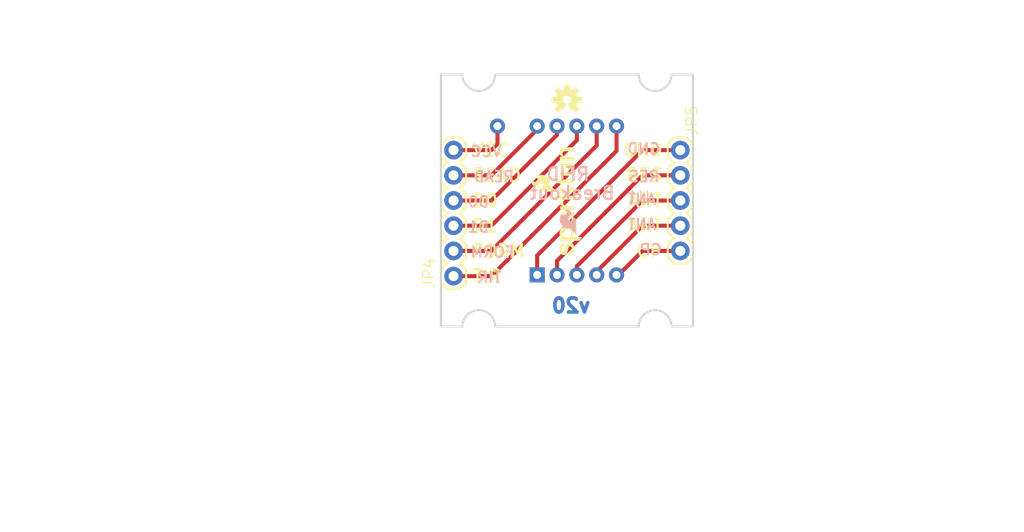
<source format=kicad_pcb>
(kicad_pcb (version 20211014) (generator pcbnew)
  (layers (0 "F.Cu" signal) (31 "B.Cu" signal) (34 "B.Paste" user) (35 "F.Paste" user) (36 "B.SilkS" user "B.Silkscreen") (37 "F.SilkS" user "F.Silkscreen") (38 "B.Mask" user) (39 "F.Mask" user) (44 "Edge.Cuts" user))
  (net 0 "")
  (net 1 "ANT1")
  (net 2 "ANT2")
  (net 3 "CP")
  (net 4 "RES")
  (net 5 "READ")
  (net 6 "D0")
  (net 7 "D1")
  (net 8 "FORM")
  (net 9 "TIR")
  (net 10 "N$2")
  (net 11 "N$3")
  (footprint "boardEagle:OSHW-LOGO-S" (layer "F.Cu") (at 148.5011 94.8436)
    (fp_text reference "LOGO3" hide)
    (fp_text value "OSHW-LOGOS" hide)
    (fp_poly (pts (xy 0.301647 -1.061351) (xy 0.42347 -1.022344) (xy 0.537177 -0.963769) (xy 0.92862 -1.282946) (xy 1.282946 -0.92862) (xy 0.961035 -0.533823) (xy 1.057046 -0.302084) (xy 1.5638 -0.250561) (xy 1.5638 0.250561) (xy 1.057046 0.302084) (xy 0.961035 0.533823) (xy 1.282946 0.92862) (xy 0.92862 1.282946) (xy 0.537177 0.96377) (xy 0.356601 1.056794) (xy 0.088679 0.410073) (xy 0.326262 0.2176) (xy 0.373649 0.121468) (xy 0.392729 0.010339) (xy 0.379464 -0.101634) (xy 0.334947 -0.205229) (xy 0.262842 -0.291918) (xy 0.169087 -0.354561) (xy 0.061406 -0.387999) (xy -0.051342 -0.38948) (xy -0.159868 -0.358881) (xy -0.255234 -0.298724) (xy -0.329589 -0.213962) (xy -0.376813 -0.111569) (xy -0.392176 -0.005767) (xy -0.322923 0.222565) (xy -0.249312 0.303773) (xy 0.091677 0.5081) (xy -0.12929 0.5081) (xy -0.355332 1.053732) (xy -0.506597 0.983577) (xy -0.538922 0.965192) (xy -0.92862 1.282946) (xy -1.282946 0.92862) (xy -0.961035 0.533823) (xy -1.057046 0.302084) (xy -1.5638 0.250561) (xy -1.5638 -0.250561) (xy -1.057046 -0.302084) (xy -0.961035 -0.533823) (xy -1.282946 -0.92862) (xy -0.92862 -1.282946) (xy -0.533823 -0.961035) (xy -0.302084 -1.057046) (xy -0.250561 -1.5638) (xy 0.250561 -1.5638)) (layer "F.SilkS") (width 0) (fill solid))
  )
  (footprint "boardEagle:SFE_LOGO_NAME_FLAME_.1" (layer "F.Cu") (at 150.1521 110.9726 90)
    (fp_text reference "LOGO2" hide)
    (fp_text value "SFE_LOGO_NAME_FLAME.1_INCH" hide)
    (fp_poly (pts (xy 8.85 -1.56) (xy 8.87 -1.4) (xy 8.88 -1.34) (xy 8.94 -1.26) (xy 8.99 -1.23) (xy 9.04 -1.22) (xy 9.1 -1.21) (xy 9.18 -1.22) (xy 9.24 -1.23) (xy 9.29 -1.26) (xy 9.33 -1.3) (xy 9.36 -1.36) (xy 9.39 -1.43) (xy 9.4 -1.51) (xy 9.4 -2.36) (xy 9.79 -2.36) (xy 9.79 -0.94) (xy 9.42 -0.94) (xy 9.42 -1.14) (xy 9.41 -1.14) (xy 9.37 -1.08) (xy 9.33 -1.03) (xy 9.28 -0.99) (xy 9.22 -0.96) (xy 9.17 -0.94) (xy 9.11 -0.92) (xy 9.04 -0.91) (xy 8.98 -0.9) (xy 8.84 -0.91) (xy 8.73 -0.95) (xy 8.64 -1) (xy 8.57 -1.06) (xy 8.52 -1.15) (xy 8.49 -1.25) (xy 8.47 -1.36) (xy 8.47 -2.36) (xy 8.85 -2.36)) (layer "F.SilkS") (width 0) (fill solid))
    (fp_poly (pts (xy 2.85 -2.38) (xy 2.99 -2.33) (xy 3.1 -2.26) (xy 3.19 -2.16) (xy 3.26 -2.05) (xy 3.3 -1.92) (xy 3.33 -1.78) (xy 3.34 -1.63) (xy 2.95 -1.64) (xy 2.95 -1.73) (xy 2.94 -1.81) (xy 2.91 -1.89) (xy 2.88 -1.96) (xy 2.83 -2.02) (xy 2.77 -2.06) (xy 2.7 -2.09) (xy 2.61 -2.1) (xy 2.53 -2.09) (xy 2.45 -2.06) (xy 2.4 -2.02) (xy 2.35 -1.96) (xy 2.32 -1.89) (xy 2.29 -1.81) (xy 2.28 -1.73) (xy 2.28 -1.56) (xy 2.32 -1.4) (xy 2.35 -1.33) (xy 2.4 -1.28) (xy 2.46 -1.23) (xy 2.53 -1.21) (xy 2.62 -1.2) (xy 2.7 -1.21) (xy 2.78 -1.23) (xy 2.84 -1.28) (xy 2.88 -1.33) (xy 2.91 -1.4) (xy 3.25 -1.24) (xy 3.19 -1.13) (xy 3.1 -1.04) (xy 2.99 -0.96) (xy 2.87 -0.92) (xy 2.72 -0.9) (xy 2.54 -0.93) (xy 2.48 -0.96) (xy 2.38 -1.02) (xy 2.3 -1.12) (xy 2.29 -1.12) (xy 2.29 -0.1) (xy 2.2 -0.19) (xy 2.05 -0.31) (xy 1.96 -0.4) (xy 1.91 -0.44) (xy 1.91 -2.29) (xy 1.95 -2.3) (xy 2 -2.31) (xy 2.05 -2.31) (xy 2.09 -2.32) (xy 2.14 -2.33) (xy 2.18 -2.34) (xy 2.28 -2.36) (xy 2.28 -2.18) (xy 2.32 -2.23) (xy 2.36 -2.27) (xy 2.41 -2.31) (xy 2.51 -2.37) (xy 2.63 -2.39) (xy 2.7 -2.39)) (layer "F.SilkS") (width 0) (fill solid))
    (fp_poly (pts (xy 8.37 -2.88) (xy 8.37 -2.6) (xy 8.2 -2.6) (xy 8.16 -2.59) (xy 8.12 -2.57) (xy 8.1 -2.54) (xy 8.09 -2.52) (xy 8.09 -2.48) (xy 8.08 -2.44) (xy 8.08 -2.36) (xy 8.35 -2.36) (xy 8.35 -2.1) (xy 8.08 -2.1) (xy 8.08 -0.94) (xy 7.7 -0.94) (xy 7.7 -2.1) (xy 7.31 -2.1) (xy 7.35 -2.13) (xy 7.51 -2.29) (xy 7.55 -2.32) (xy 7.58 -2.36) (xy 7.7 -2.36) (xy 7.7 -2.56) (xy 7.73 -2.64) (xy 7.76 -2.71) (xy 7.81 -2.77) (xy 7.88 -2.82) (xy 7.96 -2.86) (xy 8.06 -2.89) (xy 8.35 -2.89)) (layer "F.SilkS") (width 0) (fill solid))
    (fp_poly (pts (xy 7.95 -5.16) (xy 8.03 -5.13) (xy 8.09 -5.1) (xy 8.13 -5.07) (xy 8.14 -5.06) (xy 8.11 -5.06) (xy 8.08 -5.07) (xy 8.05 -5.07) (xy 8.01 -5.06) (xy 7.96 -5.05) (xy 7.92 -5.03) (xy 7.88 -5) (xy 7.86 -4.97) (xy 7.85 -4.94) (xy 7.84 -4.92) (xy 7.83 -4.89) (xy 7.84 -4.86) (xy 7.85 -4.82) (xy 7.87 -4.79) (xy 7.89 -4.75) (xy 7.92 -4.72) (xy 7.95 -4.7) (xy 7.99 -4.67) (xy 8.02 -4.65) (xy 8.1 -4.61) (xy 8.17 -4.61) (xy 8.2 -4.62) (xy 8.23 -4.64) (xy 8.25 -4.7) (xy 8.25 -4.78) (xy 8.33 -4.74) (xy 8.41 -4.65) (xy 8.48 -4.53) (xy 8.53 -4.39) (xy 8.56 -4.23) (xy 8.55 -4.05) (xy 8.5 -3.87) (xy 8.4 -3.69) (xy 8.33 -3.6) (xy 8.25 -3.52) (xy 8.17 -3.45) (xy 8.07 -3.39) (xy 7.97 -3.35) (xy 7.86 -3.32) (xy 7.74 -3.3) (xy 7.55 -3.3) (xy 7.49 -3.29) (xy 7.44 -3.26) (xy 7.34 -3.18) (xy 7.29 -3.12) (xy 7.16 -2.99) (xy 7.11 -2.92) (xy 7.05 -2.86) (xy 7 -2.8) (xy 6.95 -2.75) (xy 6.92 -2.71) (xy 6.89 -2.68) (xy 6.87 -2.65) (xy 6.86 -2.65) (xy 6.86 -3.93) (xy 6.88 -4.11) (xy 6.9 -4.17) (xy 6.93 -4.23) (xy 6.96 -4.28) (xy 7.01 -4.31) (xy 7.05 -4.34) (xy 7.15 -4.38) (xy 7.21 -4.39) (xy 7.29 -4.39) (xy 7.33 -4.38) (xy 7.35 -4.38) (xy 7.37 -4.37) (xy 7.36 -4.36) (xy 7.32 -4.34) (xy 7.29 -4.33) (xy 7.25 -4.29) (xy 7.23 -4.26) (xy 7.22 -4.23) (xy 7.22 -4.2) (xy 7.23 -4.17) (xy 7.25 -4.13) (xy 7.28 -4.1) (xy 7.31 -4.08) (xy 7.36 -4.06) (xy 7.41 -4.05) (xy 7.49 -4.05) (xy 7.57 -4.07) (xy 7.63 -4.11) (xy 7.67 -4.16) (xy 7.69 -4.22) (xy 7.69 -4.29) (xy 7.66 -4.36) (xy 7.59 -4.44) (xy 7.51 -4.53) (xy 7.44 -4.61) (xy 7.39 -4.7) (xy 7.37 -4.79) (xy 7.37 -4.87) (xy 7.4 -4.96) (xy 7.45 -5.03) (xy 7.54 -5.11) (xy 7.65 -5.17) (xy 7.76 -5.19) (xy 7.86 -5.19)) (layer "F.SilkS") (width 0) (fill solid))
    (fp_poly (pts (xy 1.31 -2.37) (xy 1.41 -2.34) (xy 1.5 -2.3) (xy 1.58 -2.24) (xy 1.64 -2.16) (xy 1.69 -2.06) (xy 1.71 -1.94) (xy 1.34 -1.94) (xy 1.33 -1.99) (xy 1.31 -2.04) (xy 1.29 -2.07) (xy 1.26 -2.09) (xy 1.22 -2.11) (xy 1.17 -2.13) (xy 1 -2.13) (xy 0.97 -2.12) (xy 0.93 -2.11) (xy 0.9 -2.1) (xy 0.86 -2.04) (xy 0.86 -2) (xy 0.87 -1.96) (xy 0.9 -1.92) (xy 0.94 -1.89) (xy 1 -1.86) (xy 1.06 -1.84) (xy 1.14 -1.83) (xy 1.38 -1.77) (xy 1.47 -1.75) (xy 1.61 -1.67) (xy 1.67 -1.62) (xy 1.71 -1.56) (xy 1.74 -1.49) (xy 1.75 -1.4) (xy 1.73 -1.27) (xy 1.69 -1.16) (xy 1.63 -1.08) (xy 1.55 -1.01) (xy 1.45 -0.96) (xy 1.34 -0.93) (xy 1.22 -0.91) (xy 1.1 -0.9) (xy 0.98 -0.91) (xy 0.86 -0.93) (xy 0.75 -0.96) (xy 0.65 -1.01) (xy 0.57 -1.08) (xy 0.5 -1.17) (xy 0.46 -1.27) (xy 0.44 -1.4) (xy 0.81 -1.4) (xy 0.81 -1.34) (xy 0.83 -1.29) (xy 0.86 -1.25) (xy 0.94 -1.19) (xy 1 -1.18) (xy 1.05 -1.17) (xy 1.11 -1.16) (xy 1.15 -1.17) (xy 1.19 -1.17) (xy 1.23 -1.18) (xy 1.27 -1.2) (xy 1.31 -1.23) (xy 1.34 -1.26) (xy 1.36 -1.34) (xy 1.35 -1.38) (xy 1.33 -1.42) (xy 1.29 -1.45) (xy 1.24 -1.48) (xy 1.18 -1.5) (xy 1.02 -1.54) (xy 0.92 -1.56) (xy 0.83 -1.58) (xy 0.75 -1.61) (xy 0.68 -1.64) (xy 0.61 -1.68) (xy 0.55 -1.72) (xy 0.51 -1.78) (xy 0.48 -1.85) (xy 0.47 -1.94) (xy 0.48 -2.06) (xy 0.52 -2.16) (xy 0.59 -2.24) (xy 0.66 -2.3) (xy 0.76 -2.35) (xy 0.86 -2.37) (xy 0.97 -2.39) (xy 1.2 -2.39)) (layer "F.SilkS") (width 0) (fill solid))
    (fp_poly (pts (xy 6.45 -1.85) (xy 6.94 -2.36) (xy 7.4 -2.36) (xy 6.87 -1.84) (xy 7.46 -0.94) (xy 6.99 -0.94) (xy 6.6 -1.57) (xy 6.45 -1.43) (xy 6.45 -0.94) (xy 6.06 -0.94) (xy 6.06 -2.68) (xy 6.45 -2.89)) (layer "F.SilkS") (width 0) (fill solid))
    (fp_poly (pts (xy 3.34 -1.63) (xy 3.33 -1.49) (xy 3.3 -1.36) (xy 3.25 -1.24) (xy 2.91 -1.4) (xy 2.94 -1.48) (xy 2.95 -1.56) (xy 2.95 -1.64)) (layer "F.SilkS") (width 0) (fill solid))
    (fp_poly (pts (xy 4.32 -2.38) (xy 4.38 -2.38) (xy 4.43 -2.37) (xy 4.48 -2.35) (xy 4.53 -2.34) (xy 4.58 -2.32) (xy 4.7 -2.23) (xy 4.73 -2.19) (xy 4.75 -2.15) (xy 4.77 -2.1) (xy 4.78 -2.05) (xy 4.78 -1.18) (xy 4.79 -1.16) (xy 4.79 -1.07) (xy 4.8 -1.05) (xy 4.8 -1.03) (xy 4.81 -1.01) (xy 4.81 -0.98) (xy 4.82 -0.96) (xy 4.83 -0.95) (xy 4.83 -0.94) (xy 4.44 -0.94) (xy 4.44 -0.95) (xy 4.43 -0.96) (xy 4.43 -0.97) (xy 4.42 -0.98) (xy 4.42 -1.01) (xy 4.41 -1.02) (xy 4.41 -1.08) (xy 4.39 -1.05) (xy 4.36 -1.03) (xy 4.34 -1.01) (xy 4.31 -0.99) (xy 4.28 -0.98) (xy 4.25 -0.96) (xy 4.13 -0.92) (xy 4.1 -0.92) (xy 4.07 -0.91) (xy 4.03 -0.91) (xy 4 -0.9) (xy 3.89 -0.9) (xy 3.84 -0.91) (xy 3.79 -0.91) (xy 3.75 -0.92) (xy 3.7 -0.94) (xy 3.66 -0.96) (xy 3.63 -0.98) (xy 3.59 -1) (xy 3.56 -1.03) (xy 3.54 -1.06) (xy 3.51 -1.1) (xy 3.49 -1.13) (xy 3.48 -1.18) (xy 3.46 -1.22) (xy 3.46 -1.27) (xy 3.45 -1.32) (xy 3.47 -1.43) (xy 3.5 -1.52) (xy 3.54 -1.59) (xy 3.61 -1.65) (xy 3.68 -1.69) (xy 3.76 -1.72) (xy 3.84 -1.74) (xy 3.93 -1.75) (xy 4.01 -1.54) (xy 3.98 -1.53) (xy 3.96 -1.52) (xy 3.95 -1.51) (xy 3.91 -1.49) (xy 3.9 -1.48) (xy 3.88 -1.47) (xy 3.85 -1.41) (xy 3.85 -1.39) (xy 3.84 -1.37) (xy 3.84 -1.32) (xy 3.85 -1.29) (xy 3.85 -1.27) (xy 3.86 -1.25) (xy 3.87 -1.24) (xy 3.88 -1.22) (xy 3.9 -1.21) (xy 3.91 -1.2) (xy 3.95 -1.18) (xy 3.97 -1.18) (xy 3.99 -1.17) (xy 4.01 -1.17) (xy 4.03 -1.16) (xy 4.08 -1.16) (xy 4.13 -1.17) (xy 4.18 -1.17) (xy 4.22 -1.19) (xy 4.26 -1.2) (xy 4.29 -1.22) (xy 4.31 -1.24) (xy 4.33 -1.27) (xy 4.35 -1.29) (xy 4.37 -1.35) (xy 4.38 -1.37) (xy 4.39 -1.4) (xy 4.39 -1.63) (xy 4.37 -1.61) (xy 4.35 -1.61) (xy 4.31 -1.59) (xy 4.29 -1.59) (xy 4.27 -1.58) (xy 4.23 -1.58) (xy 4.18 -1.78) (xy 4.25 -1.8) (xy 4.31 -1.82) (xy 4.36 -1.85) (xy 4.39 -1.89) (xy 4.39 -2) (xy 4.36 -2.06) (xy 4.35 -2.07) (xy 4.34 -2.09) (xy 4.28 -2.12) (xy 4.26 -2.12) (xy 4.24 -2.13) (xy 4.06 -2.13) (xy 3.96 -2.08) (xy 3.92 -2.04) (xy 3.91 -2.02) (xy 3.9 -1.99) (xy 3.89 -1.97) (xy 3.89 -1.92) (xy 3.5 -1.92) (xy 3.52 -2.04) (xy 3.54 -2.1) (xy 3.57 -2.14) (xy 3.6 -2.19) (xy 3.63 -2.23) (xy 3.67 -2.26) (xy 3.77 -2.32) (xy 3.82 -2.34) (xy 3.87 -2.35) (xy 3.93 -2.37) (xy 3.99 -2.38) (xy 4.04 -2.39) (xy 4.27 -2.39)) (layer "F.SilkS") (width 0) (fill solid))
    (fp_poly (pts (xy 4.23 -1.58) (xy 4.21 -1.57) (xy 4.19 -1.57) (xy 4.16 -1.56) (xy 4.12 -1.56) (xy 4.09 -1.55) (xy 4.05 -1.55) (xy 4.03 -1.54) (xy 4.01 -1.54) (xy 3.93 -1.75) (xy 4.11 -1.77) (xy 4.18 -1.78)) (layer "F.SilkS") (width 0) (fill solid))
    (fp_poly (pts (xy 10.95 -2.38) (xy 11.06 -2.35) (xy 11.15 -2.3) (xy 11.22 -2.23) (xy 11.27 -2.15) (xy 11.3 -2.05) (xy 11.32 -1.94) (xy 11.33 -1.81) (xy 11.33 -0.94) (xy 10.94 -0.94) (xy 10.94 -1.74) (xy 10.93 -1.82) (xy 10.92 -1.89) (xy 10.91 -1.95) (xy 10.88 -2) (xy 10.85 -2.04) (xy 10.8 -2.07) (xy 10.75 -2.08) (xy 10.69 -2.09) (xy 10.61 -2.08) (xy 10.55 -2.07) (xy 10.5 -2.04) (xy 10.46 -1.99) (xy 10.43 -1.94) (xy 10.4 -1.87) (xy 10.39 -1.78) (xy 10.39 -0.94) (xy 10 -0.94) (xy 10 -2.36) (xy 10.37 -2.36) (xy 10.37 -2.16) (xy 10.38 -2.16) (xy 10.42 -2.22) (xy 10.46 -2.26) (xy 10.51 -2.3) (xy 10.57 -2.34) (xy 10.69 -2.38) (xy 10.75 -2.39) (xy 10.81 -2.39)) (layer "F.SilkS") (width 0) (fill solid))
    (fp_poly (pts (xy 5.9 -2.38) (xy 5.91 -2.38) (xy 5.91 -2.02) (xy 5.9 -2.02) (xy 5.88 -2.03) (xy 5.77 -2.03) (xy 5.67 -2.02) (xy 5.59 -2) (xy 5.52 -1.96) (xy 5.47 -1.9) (xy 5.43 -1.83) (xy 5.41 -1.76) (xy 5.39 -1.67) (xy 5.39 -0.94) (xy 5 -0.94) (xy 5 -2.29) (xy 5.05 -2.3) (xy 5.09 -2.31) (xy 5.14 -2.31) (xy 5.19 -2.32) (xy 5.23 -2.33) (xy 5.33 -2.35) (xy 5.37 -2.36) (xy 5.37 -2.09) (xy 5.41 -2.16) (xy 5.45 -2.21) (xy 5.5 -2.27) (xy 5.55 -2.31) (xy 5.62 -2.35) (xy 5.68 -2.37) (xy 5.75 -2.39) (xy 5.89 -2.39)) (layer "F.SilkS") (width 0) (fill solid))
  )
  (footprint "boardEagle:1X06" (layer "F.Cu") (at 137.0711 112.6236 90)
    (fp_text reference "JP4" (at -1.3462 -1.8288 90) (layer "F.SilkS") (effects (font (size 1.143 1.143) (thickness 0.127)) (justify left bottom)))
    (fp_text value "")
    (fp_line (start 8.89 -0.635) (end 9.525 -1.27) (layer "F.SilkS") (width 0.2032))
    (fp_line (start 13.97 -0.635) (end 13.97 0.635) (layer "F.SilkS") (width 0.2032))
    (fp_line (start 3.175 -1.27) (end 3.81 -0.635) (layer "F.SilkS") (width 0.2032))
    (fp_line (start -1.27 0.635) (end -0.635 1.27) (layer "F.SilkS") (width 0.2032))
    (fp_line (start -1.27 -0.635) (end -1.27 0.635) (layer "F.SilkS") (width 0.2032))
    (fp_line (start 9.525 1.27) (end 8.89 0.635) (layer "F.SilkS") (width 0.2032))
    (fp_line (start -0.635 -1.27) (end 0.635 -1.27) (layer "F.SilkS") (width 0.2032))
    (fp_line (start 12.065 1.27) (end 11.43 0.635) (layer "F.SilkS") (width 0.2032))
    (fp_line (start 6.35 0.635) (end 5.715 1.27) (layer "F.SilkS") (width 0.2032))
    (fp_line (start 10.795 -1.27) (end 11.43 -0.635) (layer "F.SilkS") (width 0.2032))
    (fp_line (start 4.445 -1.27) (end 5.715 -1.27) (layer "F.SilkS") (width 0.2032))
    (fp_line (start 8.89 0.635) (end 8.255 1.27) (layer "F.SilkS") (width 0.2032))
    (fp_line (start 5.715 -1.27) (end 6.35 -0.635) (layer "F.SilkS") (width 0.2032))
    (fp_line (start 1.905 -1.27) (end 3.175 -1.27) (layer "F.SilkS") (width 0.2032))
    (fp_line (start 4.445 1.27) (end 3.81 0.635) (layer "F.SilkS") (width 0.2032))
    (fp_line (start 0.635 -1.27) (end 1.27 -0.635) (layer "F.SilkS") (width 0.2032))
    (fp_line (start 3.81 -0.635) (end 4.445 -1.27) (layer "F.SilkS") (width 0.2032))
    (fp_line (start 11.43 -0.635) (end 12.065 -1.27) (layer "F.SilkS") (width 0.2032))
    (fp_line (start 9.525 -1.27) (end 10.795 -1.27) (layer "F.SilkS") (width 0.2032))
    (fp_line (start 3.175 1.27) (end 1.905 1.27) (layer "F.SilkS") (width 0.2032))
    (fp_line (start 13.335 -1.27) (end 13.97 -0.635) (layer "F.SilkS") (width 0.2032))
    (fp_line (start 6.985 -1.27) (end 6.35 -0.635) (layer "F.SilkS") (width 0.2032))
    (fp_line (start 13.335 1.27) (end 12.065 1.27) (layer "F.SilkS") (width 0.2032))
    (fp_line (start 1.905 1.27) (end 1.27 0.635) (layer "F.SilkS") (width 0.2032))
    (fp_line (start 8.255 1.27) (end 6.985 1.27) (layer "F.SilkS") (width 0.2032))
    (fp_line (start 8.255 -1.27) (end 8.89 -0.635) (layer "F.SilkS") (width 0.2032))
    (fp_line (start 11.43 0.635) (end 10.795 1.27) (layer "F.SilkS") (width 0.2032))
    (fp_line (start 5.715 1.27) (end 4.445 1.27) (layer "F.SilkS") (width 0.2032))
    (fp_line (start 0.635 1.27) (end -0.635 1.27) (layer "F.SilkS") (width 0.2032))
    (fp_line (start 3.81 0.635) (end 3.175 1.27) (layer "F.SilkS") (width 0.2032))
    (fp_line (start 10.795 1.27) (end 9.525 1.27) (layer "F.SilkS") (width 0.2032))
    (fp_line (start 1.27 0.635) (end 0.635 1.27) (layer "F.SilkS") (width 0.2032))
    (fp_line (start -0.635 -1.27) (end -1.27 -0.635) (layer "F.SilkS") (width 0.2032))
    (fp_line (start 13.97 0.635) (end 13.335 1.27) (layer "F.SilkS") (width 0.2032))
    (fp_line (start 1.27 -0.635) (end 1.905 -1.27) (layer "F.SilkS") (width 0.2032))
    (fp_line (start 6.35 0.635) (end 6.985 1.27) (layer "F.SilkS") (width 0.2032))
    (fp_line (start 12.065 -1.27) (end 13.335 -1.27) (layer "F.SilkS") (width 0.2032))
    (fp_line (start 6.985 -1.27) (end 8.255 -1.27) (layer "F.SilkS") (width 0.2032))
    (pad "1" thru_hole circle (at 0 0 180) (size 1.8796 1.8796) (drill 1.016) (layers *.Cu *.Mask) (net 9 "TIR"))
    (pad "2" thru_hole circle (at 2.54 0 180) (size 1.8796 1.8796) (drill 1.016) (layers *.Cu *.Mask) (net 8 "FORM"))
    (pad "3" thru_hole circle (at 5.08 0 180) (size 1.8796 1.8796) (drill 1.016) (layers *.Cu *.Mask) (net 7 "D1"))
    (pad "4" thru_hole circle (at 7.62 0 180) (size 1.8796 1.8796) (drill 1.016) (layers *.Cu *.Mask) (net 6 "D0"))
    (pad "5" thru_hole circle (at 10.16 0 180) (size 1.8796 1.8796) (drill 1.016) (layers *.Cu *.Mask) (net 5 "READ"))
    (pad "6" thru_hole circle (at 12.7 0 180) (size 1.8796 1.8796) (drill 1.016) (layers *.Cu *.Mask) (net 10 "N$2"))
  )
  (footprint "boardEagle:1X05" (layer "F.Cu") (at 159.9311 99.9236 -90)
    (fp_text reference "JP5" (at -1.3462 -1.8288 -90) (layer "F.SilkS") (effects (font (size 1.143 1.143) (thickness 0.127)) (justify left bottom)))
    (fp_text value "")
    (fp_line (start 4.445 -1.27) (end 5.715 -1.27) (layer "F.SilkS") (width 0.2032))
    (fp_line (start 8.89 -0.635) (end 9.525 -1.27) (layer "F.SilkS") (width 0.2032))
    (fp_line (start 3.81 0.635) (end 3.175 1.27) (layer "F.SilkS") (width 0.2032))
    (fp_line (start 3.175 1.27) (end 1.905 1.27) (layer "F.SilkS") (width 0.2032))
    (fp_line (start 8.255 1.27) (end 6.985 1.27) (layer "F.SilkS") (width 0.2032))
    (fp_line (start 5.715 1.27) (end 4.445 1.27) (layer "F.SilkS") (width 0.2032))
    (fp_line (start 10.795 -1.27) (end 11.43 -0.635) (layer "F.SilkS") (width 0.2032))
    (fp_line (start 6.35 0.635) (end 6.985 1.27) (layer "F.SilkS") (width 0.2032))
    (fp_line (start 11.43 0.635) (end 10.795 1.27) (layer "F.SilkS") (width 0.2032))
    (fp_line (start 11.43 -0.635) (end 11.43 0.635) (layer "F.SilkS") (width 0.2032))
    (fp_line (start -1.27 0.635) (end -0.635 1.27) (layer "F.SilkS") (width 0.2032))
    (fp_line (start 1.905 -1.27) (end 3.175 -1.27) (layer "F.SilkS") (width 0.2032))
    (fp_line (start -0.635 -1.27) (end -1.27 -0.635) (layer "F.SilkS") (width 0.2032))
    (fp_line (start 6.35 0.635) (end 5.715 1.27) (layer "F.SilkS") (width 0.2032))
    (fp_line (start 6.985 -1.27) (end 6.35 -0.635) (layer "F.SilkS") (width 0.2032))
    (fp_line (start 3.175 -1.27) (end 3.81 -0.635) (layer "F.SilkS") (width 0.2032))
    (fp_line (start -0.635 -1.27) (end 0.635 -1.27) (layer "F.SilkS") (width 0.2032))
    (fp_line (start 9.525 1.27) (end 8.89 0.635) (layer "F.SilkS") (width 0.2032))
    (fp_line (start 6.985 -1.27) (end 8.255 -1.27) (layer "F.SilkS") (width 0.2032))
    (fp_line (start 3.81 -0.635) (end 4.445 -1.27) (layer "F.SilkS") (width 0.2032))
    (fp_line (start 8.255 -1.27) (end 8.89 -0.635) (layer "F.SilkS") (width 0.2032))
    (fp_line (start 9.525 -1.27) (end 10.795 -1.27) (layer "F.SilkS") (width 0.2032))
    (fp_line (start 4.445 1.27) (end 3.81 0.635) (layer "F.SilkS") (width 0.2032))
    (fp_line (start -1.27 -0.635) (end -1.27 0.635) (layer "F.SilkS") (width 0.2032))
    (fp_line (start 0.635 -1.27) (end 1.27 -0.635) (layer "F.SilkS") (width 0.2032))
    (fp_line (start 1.27 0.635) (end 0.635 1.27) (layer "F.SilkS") (width 0.2032))
    (fp_line (start 8.89 0.635) (end 8.255 1.27) (layer "F.SilkS") (width 0.2032))
    (fp_line (start 1.27 -0.635) (end 1.905 -1.27) (layer "F.SilkS") (width 0.2032))
    (fp_line (start 1.905 1.27) (end 1.27 0.635) (layer "F.SilkS") (width 0.2032))
    (fp_line (start 0.635 1.27) (end -0.635 1.27) (layer "F.SilkS") (width 0.2032))
    (fp_line (start 10.795 1.27) (end 9.525 1.27) (layer "F.SilkS") (width 0.2032))
    (fp_line (start 5.715 -1.27) (end 6.35 -0.635) (layer "F.SilkS") (width 0.2032))
    (pad "1" thru_hole circle (at 0 0) (size 1.8796 1.8796) (drill 1.016) (layers *.Cu *.Mask) (net 11 "N$3"))
    (pad "2" thru_hole circle (at 2.54 0) (size 1.8796 1.8796) (drill 1.016) (layers *.Cu *.Mask) (net 4 "RES"))
    (pad "3" thru_hole circle (at 5.08 0) (size 1.8796 1.8796) (drill 1.016) (layers *.Cu *.Mask) (net 1 "ANT1"))
    (pad "4" thru_hole circle (at 7.62 0) (size 1.8796 1.8796) (drill 1.016) (layers *.Cu *.Mask) (net 2 "ANT2"))
    (pad "5" thru_hole circle (at 10.16 0) (size 1.8796 1.8796) (drill 1.016) (layers *.Cu *.Mask) (net 3 "CP"))
  )
  (footprint "boardEagle:REVISION" (layer "F.Cu") (at 123.1011 138.0236)
    (fp_text reference "U$1" hide)
    (fp_text value "REVISION" hide)
  )
  (footprint "boardEagle:CREATIVE_COMMONS" (layer "F.Cu") (at 111.6711 135.4836)
    (fp_text reference "FRAME1" hide)
    (fp_text value "FRAME-LETTER" hide)
  )
  (footprint "boardEagle:ID_PACKAGE" (layer "B.Cu") (at 148.5011 105.0036 180)
    (fp_text reference "U1" (at -6 1) (layer "B.SilkS") (effects (font (size 1.1684 1.1684) (thickness 0.1016)) (justify right top mirror)))
    (fp_text value "RFID")
    (pad "1" thru_hole rect (at 3 -7.5) (size 1.524 1.524) (drill 0.8) (layers *.Cu *.Mask) (net 11 "N$3"))
    (pad "2" thru_hole circle (at 1 -7.5) (size 1.524 1.524) (drill 0.8) (layers *.Cu *.Mask) (net 4 "RES"))
    (pad "3" thru_hole circle (at -1 -7.5) (size 1.524 1.524) (drill 0.8) (layers *.Cu *.Mask) (net 1 "ANT1"))
    (pad "4" thru_hole circle (at -3 -7.5) (size 1.524 1.524) (drill 0.8) (layers *.Cu *.Mask) (net 2 "ANT2"))
    (pad "5" thru_hole circle (at -5 -7.5) (size 1.524 1.524) (drill 0.8) (layers *.Cu *.Mask) (net 3 "CP"))
    (pad "6" thru_hole circle (at -5 7.5) (size 1.524 1.524) (drill 0.8) (layers *.Cu *.Mask) (net 9 "TIR"))
    (pad "7" thru_hole circle (at -3 7.5) (size 1.524 1.524) (drill 0.8) (layers *.Cu *.Mask) (net 8 "FORM"))
    (pad "8" thru_hole circle (at -1 7.5) (size 1.524 1.524) (drill 0.8) (layers *.Cu *.Mask) (net 7 "D1"))
    (pad "9" thru_hole circle (at 1 7.5) (size 1.524 1.524) (drill 0.8) (layers *.Cu *.Mask) (net 6 "D0"))
    (pad "10" thru_hole circle (at 3 7.5) (size 1.524 1.524) (drill 0.8) (layers *.Cu *.Mask) (net 5 "READ"))
    (pad "11" thru_hole circle (at 7 7.5) (size 1.524 1.524) (drill 0.8) (layers *.Cu *.Mask) (net 10 "N$2"))
  )
  (footprint "boardEagle:SFE_LOGO_FLAME_.1" (layer "B.Cu") (at 149.7711 108.8136 180)
    (fp_text reference "LOGO1" hide)
    (fp_text value "SFE_LOGO_FLAME.1_INCH" hide)
    (fp_poly (pts (xy 1.4 2.87) (xy 1.54 2.8) (xy 1.58 2.77) (xy 1.59 2.76) (xy 1.58 2.76) (xy 1.56 2.77) (xy 1.5 2.77) (xy 1.46 2.76) (xy 1.41 2.75) (xy 1.37 2.73) (xy 1.33 2.7) (xy 1.31 2.67) (xy 1.3 2.65) (xy 1.29 2.62) (xy 1.29 2.56) (xy 1.3 2.52) (xy 1.34 2.46) (xy 1.4 2.4) (xy 1.44 2.37) (xy 1.47 2.35) (xy 1.51 2.33) (xy 1.59 2.31) (xy 1.62 2.31) (xy 1.65 2.32) (xy 1.68 2.35) (xy 1.69 2.37) (xy 1.7 2.4) (xy 1.7 2.49) (xy 1.78 2.44) (xy 1.86 2.35) (xy 1.93 2.24) (xy 1.98 2.09) (xy 2.01 1.93) (xy 2 1.76) (xy 1.95 1.57) (xy 1.85 1.39) (xy 1.78 1.3) (xy 1.7 1.22) (xy 1.62 1.15) (xy 1.52 1.09) (xy 1.42 1.05) (xy 1.31 1.02) (xy 1.19 1) (xy 1 1) (xy 0.94 0.99) (xy 0.84 0.93) (xy 0.74 0.83) (xy 0.62 0.69) (xy 0.5 0.57) (xy 0.45 0.51) (xy 0.4 0.46) (xy 0.37 0.41) (xy 0.32 0.36) (xy 0.32 1.73) (xy 0.33 1.81) (xy 0.35 1.88) (xy 0.41 1.98) (xy 0.46 2.02) (xy 0.5 2.05) (xy 0.55 2.07) (xy 0.6 2.08) (xy 0.66 2.09) (xy 0.78 2.09) (xy 0.82 2.07) (xy 0.81 2.06) (xy 0.77 2.04) (xy 0.74 2.03) (xy 0.68 1.97) (xy 0.67 1.94) (xy 0.67 1.9) (xy 0.68 1.87) (xy 0.7 1.84) (xy 0.76 1.78) (xy 0.81 1.76) (xy 0.86 1.75) (xy 0.94 1.75) (xy 1.02 1.77) (xy 1.08 1.81) (xy 1.12 1.86) (xy 1.14 1.92) (xy 1.14 1.99) (xy 1.11 2.07) (xy 1.04 2.14) (xy 0.96 2.23) (xy 0.89 2.31) (xy 0.84 2.4) (xy 0.82 2.49) (xy 0.82 2.57) (xy 0.85 2.66) (xy 0.9 2.74) (xy 0.99 2.81) (xy 1.1 2.87) (xy 1.21 2.89) (xy 1.31 2.89)) (layer "B.SilkS") (width 0) (fill solid))
  )
  (gr_arc (start 155.7401 117.7036) (mid 157.3911 116.0526) (end 159.0421 117.7036) (layer "Edge.Cuts") (width 0.2032))
  (gr_line (start 141.2621 117.7036) (end 155.7401 117.7036) (layer "Edge.Cuts") (width 0.2032))
  (gr_line (start 135.8011 117.7036) (end 137.9601 117.7036) (layer "Edge.Cuts") (width 0.2032))
  (gr_arc (start 137.9601 117.7036) (mid 139.6111 116.0526) (end 141.2621 117.7036) (layer "Edge.Cuts") (width 0.2032))
  (gr_arc (start 141.2621 92.3036) (mid 139.6111 93.9546) (end 137.9601 92.3036) (layer "Edge.Cuts") (width 0.2032))
  (gr_line (start 155.7401 92.3036) (end 141.2621 92.3036) (layer "Edge.Cuts") (width 0.2032))
  (gr_line (start 159.0421 117.7036) (end 161.2011 117.7036) (layer "Edge.Cuts") (width 0.2032))
  (gr_line (start 161.2011 117.7036) (end 161.2011 92.3036) (layer "Edge.Cuts") (width 0.2032))
  (gr_arc (start 159.0421 92.3036) (mid 157.3911 93.9546) (end 155.7401 92.3036) (layer "Edge.Cuts") (width 0.2032))
  (gr_line (start 135.8011 92.3036) (end 135.8011 117.7036) (layer "Edge.Cuts") (width 0.2032))
  (gr_line (start 137.9601 92.3036) (end 135.8011 92.3036) (layer "Edge.Cuts") (width 0.2032))
  (gr_line (start 161.2011 92.3036) (end 159.0421 92.3036) (layer "Edge.Cuts") (width 0.2032))
  (gr_text "v20" (at 151.0411 116.4336) (layer "B.Cu") (effects (font (size 1.4224 1.4224) (thickness 0.3556)) (justify left bottom mirror)))
  (gr_text "CP" (at 155.7401 109.3216) (layer "B.SilkS") (effects (font (size 1.0795 1.0795) (thickness 0.1905)) (justify right top mirror)))
  (gr_text "Breakout" (at 153.4541 105.0036) (layer "B.SilkS") (effects (font (size 1.2954 1.2954) (thickness 0.2286)) (justify left bottom mirror)))
  (gr_text "ANT" (at 154.4701 106.7816) (layer "B.SilkS") (effects (font (size 1.0795 1.0795) (thickness 0.1905)) (justify right top mirror)))
  (gr_text "READ" (at 143.2941 103.2256) (layer "B.SilkS") (effects (font (size 1.0795 1.0795) (thickness 0.1905)) (justify left bottom mirror)))
  (gr_text "FORM" (at 143.2941 110.8456) (layer "B.SilkS") (effects (font (size 1.0795 1.0795) (thickness 0.1905)) (justify left bottom mirror)))
  (gr_text "ANT" (at 154.4701 104.2416) (layer "B.SilkS") (effects (font (size 1.0795 1.0795) (thickness 0.1905)) (justify right top mirror)))
  (gr_text "RES" (at 154.5971 101.9556) (layer "B.SilkS") (effects (font (size 1.0795 1.0795) (thickness 0.1905)) (justify right top mirror)))
  (gr_text "RFID" (at 150.9141 103.0986) (layer "B.SilkS") (effects (font (size 1.2954 1.2954) (thickness 0.2286)) (justify left bottom mirror)))
  (gr_text "TIR" (at 142.0241 113.3856) (layer "B.SilkS") (effects (font (size 1.0795 1.0795) (thickness 0.1905)) (justify left bottom mirror)))
  (gr_text "VCC" (at 142.0241 100.6856) (layer "B.SilkS") (effects (font (size 1.0795 1.0795) (thickness 0.1905)) (justify left bottom mirror)))
  (gr_text "D1" (at 140.7541 108.3056) (layer "B.SilkS") (effects (font (size 1.0795 1.0795) (thickness 0.1905)) (justify left bottom mirror)))
  (gr_text "GND" (at 154.4701 99.1616) (layer "B.SilkS") (effects (font (size 1.0795 1.0795) (thickness 0.1905)) (justify right top mirror)))
  (gr_text "D0" (at 140.7541 105.7656) (layer "B.SilkS") (effects (font (size 1.0795 1.0795) (thickness 0.1905)) (justify left bottom mirror)))
  (gr_text "CP" (at 158.2801 109.3216) (layer "F.SilkS") (effects (font (size 1.2954 1.2954) (thickness 0.2286)) (justify right top)))
  (gr_text "ANT" (at 158.2801 106.7816) (layer "F.SilkS") (effects (font (size 1.2954 1.2954) (thickness 0.2286)) (justify right top)))
  (gr_text "TIR" (at 138.8491 113.3856) (layer "F.SilkS") (effects (font (size 1.2954 1.2954) (thickness 0.2286)) (justify left bottom)))
  (gr_text "GND" (at 158.2801 99.1616) (layer "F.SilkS") (effects (font (size 1.2954 1.2954) (thickness 0.2286)) (justify right top)))
  (gr_text "ANT" (at 158.2801 104.2416) (layer "F.SilkS") (effects (font (size 1.2954 1.2954) (thickness 0.2286)) (justify right top)))
  (gr_text "D0" (at 138.8491 105.7656) (layer "F.SilkS") (effects (font (size 1.2954 1.2954) (thickness 0.2286)) (justify left bottom)))
  (gr_text "RES" (at 158.2801 101.7016) (layer "F.SilkS") (effects (font (size 1.2954 1.2954) (thickness 0.2286)) (justify right top)))
  (gr_text "READ" (at 138.8491 103.2256) (layer "F.SilkS") (effects (font (size 1.2954 1.2954) (thickness 0.2286)) (justify left bottom)))
  (gr_text "D1" (at 138.8491 108.3056) (layer "F.SilkS") (effects (font (size 1.2954 1.2954) (thickness 0.2286)) (justify left bottom)))
  (gr_text "FORM" (at 138.8491 110.8456) (layer "F.SilkS") (effects (font (size 1.2954 1.2954) (thickness 0.2286)) (justify left bottom)))
  (gr_text "VCC" (at 138.8491 100.6856) (layer "F.SilkS") (effects (font (size 1.2954 1.2954) (thickness 0.2286)) (justify left bottom)))
  (segment (start 149.5011 112.5036) (end 149.5011 111.6236) (width 0.4064) (layer "F.Cu") (net 1))
  (segment (start 156.1211 105.0036) (end 159.9311 105.0036) (width 0.4064) (layer "F.Cu") (net 1))
  (segment (start 149.5011 111.6236) (end 156.1211 105.0036) (width 0.4064) (layer "F.Cu") (net 1))
  (segment (start 151.5011 112.1636) (end 156.1211 107.5436) (width 0.4064) (layer "F.Cu") (net 2))
  (segment (start 156.1211 107.5436) (end 159.9311 107.5436) (width 0.4064) (layer "F.Cu") (net 2))
  (segment (start 151.5011 112.5036) (end 151.5011 112.1636) (width 0.4064) (layer "F.Cu") (net 2))
  (segment (start 153.7011 112.5036) (end 156.1211 110.0836) (width 0.4064) (layer "F.Cu") (net 3))
  (segment (start 156.1211 110.0836) (end 159.9311 110.0836) (width 0.4064) (layer "F.Cu") (net 3))
  (segment (start 153.5011 112.5036) (end 153.7011 112.5036) (width 0.4064) (layer "F.Cu") (net 3))
  (segment (start 147.5011 111.0836) (end 156.1211 102.4636) (width 0.4064) (layer "F.Cu") (net 4))
  (segment (start 156.1211 102.4636) (end 159.9311 102.4636) (width 0.4064) (layer "F.Cu") (net 4))
  (segment (start 147.5011 112.5036) (end 147.5011 111.0836) (width 0.4064) (layer "F.Cu") (net 4))
  (segment (start 145.5011 97.5036) (end 145.5011 97.8436) (width 0.4064) (layer "F.Cu") (net 5))
  (segment (start 140.8811 102.4636) (end 137.0711 102.4636) (width 0.4064) (layer "F.Cu") (net 5))
  (segment (start 145.5011 97.8436) (end 140.8811 102.4636) (width 0.4064) (layer "F.Cu") (net 5))
  (segment (start 147.5011 98.3836) (end 140.8811 105.0036) (width 0.4064) (layer "F.Cu") (net 6))
  (segment (start 147.5011 97.5036) (end 147.5011 98.3836) (width 0.4064) (layer "F.Cu") (net 6))
  (segment (start 140.8811 105.0036) (end 137.0711 105.0036) (width 0.4064) (layer "F.Cu") (net 6))
  (segment (start 149.5011 98.9236) (end 140.8811 107.5436) (width 0.4064) (layer "F.Cu") (net 7))
  (segment (start 140.8811 107.5436) (end 137.0711 107.5436) (width 0.4064) (layer "F.Cu") (net 7))
  (segment (start 149.5011 97.5036) (end 149.5011 98.9236) (width 0.4064) (layer "F.Cu") (net 7))
  (segment (start 140.8811 110.0836) (end 137.0711 110.0836) (width 0.4064) (layer "F.Cu") (net 8))
  (segment (start 151.5011 97.5036) (end 151.5011 99.4636) (width 0.4064) (layer "F.Cu") (net 8))
  (segment (start 151.5011 99.4636) (end 140.8811 110.0836) (width 0.4064) (layer "F.Cu") (net 8))
  (segment (start 153.5011 100.0036) (end 140.8811 112.6236) (width 0.4064) (layer "F.Cu") (net 9))
  (segment (start 140.8811 112.6236) (end 137.0711 112.6236) (width 0.4064) (layer "F.Cu") (net 9))
  (segment (start 153.5011 97.5036) (end 153.5011 100.0036) (width 0.4064) (layer "F.Cu") (net 9))
  (segment (start 141.5011 99.3036) (end 140.8811 99.9236) (width 0.4064) (layer "F.Cu") (net 10))
  (segment (start 140.8811 99.9236) (end 137.0711 99.9236) (width 0.4064) (layer "F.Cu") (net 10))
  (segment (start 141.5011 97.5036) (end 141.5011 99.3036) (width 0.4064) (layer "F.Cu") (net 10))
  (segment (start 145.5011 110.5436) (end 156.1211 99.9236) (width 0.4064) (layer "F.Cu") (net 11))
  (segment (start 145.5011 112.5036) (end 145.5011 110.5436) (width 0.4064) (layer "F.Cu") (net 11))
  (segment (start 156.1211 99.9236) (end 159.9311 99.9236) (width 0.4064) (layer "F.Cu") (net 11))
)
</source>
